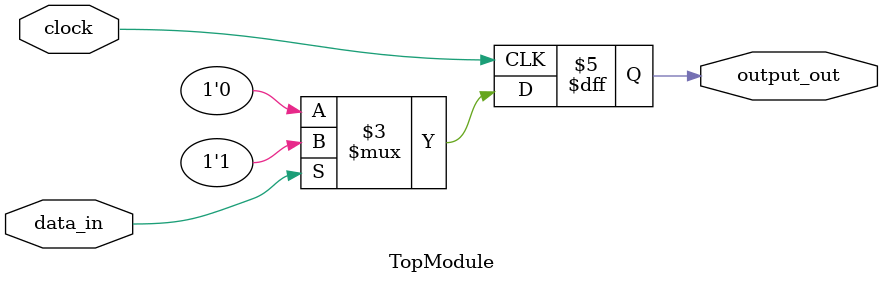
<source format=sv>

module TopModule (
  input clock, // renamed clk to match your naming convention
  input data_in,
  output reg output_out
);

always @(posedge clock) // clock edge-triggered assignment for D flip-flop
begin
  if(data_in)
    output_out <= 1'b1; // when data_in is high, set the output to 1
  else
    output_out <= 1'b0; // otherwise, set the output to 0
end

endmodule

// VERILOG-EVAL: errant inclusion of module definition

</source>
